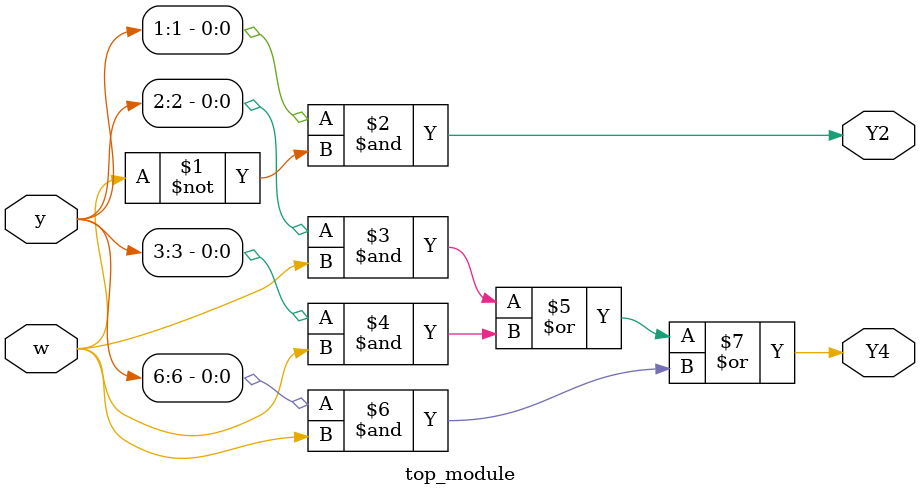
<source format=sv>
module top_module (
	input [6:1] y,
	input w,
	output Y2,
	output Y4
);

	// Deriving the logic for Y2 and Y4 based on the state transitions and one-hot encoding
	
	// Y2 logic: This signal corresponds to state B, which is y[2]
	// B (y[2]) is reached from:
	// - A (y[1]) on input w=0
	assign Y2 = y[1] & ~w;
	
	// Y4 logic: This signal corresponds to state D, which is y[4]
	// D (y[4]) is reached from:
	// - B (y[2]) on input w=1
	// - C (y[3]) on input w=1
	// - F (y[6]) on input w=1
	assign Y4 = (y[2] & w) | (y[3] & w) | (y[6] & w);
	
endmodule

</source>
